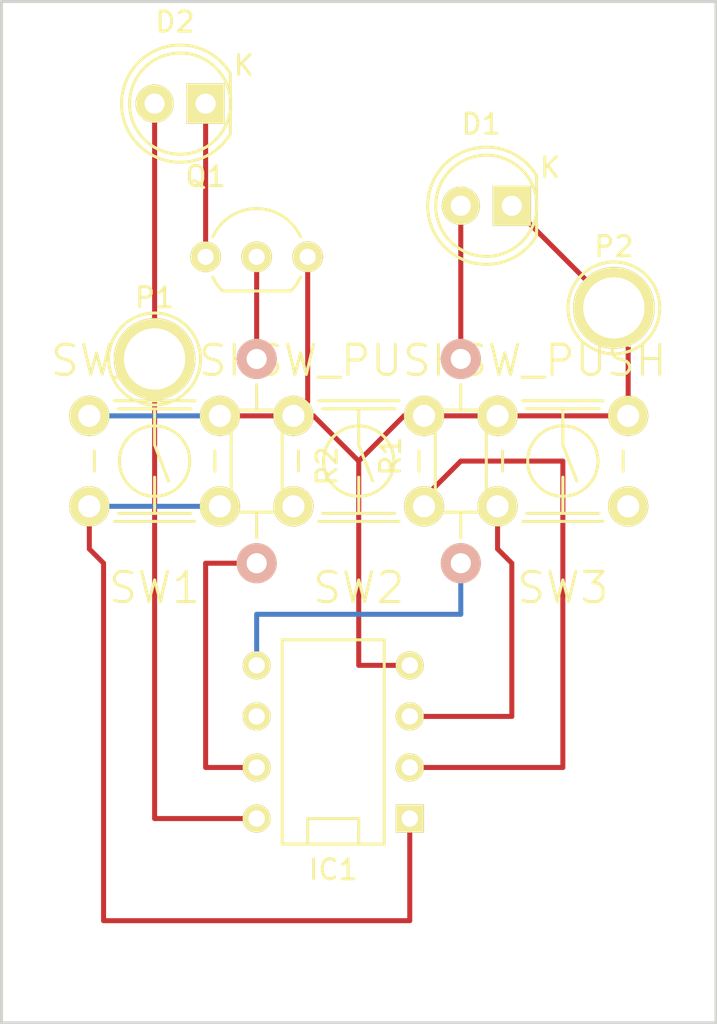
<source format=kicad_pcb>
(kicad_pcb (version 4) (host pcbnew 4.0.0-rc1-stable)

  (general
    (links 22)
    (no_connects 2)
    (area 58.42 35.56 172.72 119.38)
    (thickness 1.6)
    (drawings 4)
    (tracks 43)
    (zones 0)
    (modules 11)
    (nets 12)
  )

  (page A4)
  (layers
    (0 F.Cu signal)
    (31 B.Cu signal)
    (32 B.Adhes user)
    (33 F.Adhes user)
    (34 B.Paste user)
    (35 F.Paste user)
    (36 B.SilkS user)
    (37 F.SilkS user)
    (38 B.Mask user)
    (39 F.Mask user)
    (40 Dwgs.User user)
    (41 Cmts.User user)
    (42 Eco1.User user)
    (43 Eco2.User user)
    (44 Edge.Cuts user)
    (45 Margin user)
    (46 B.CrtYd user)
    (47 F.CrtYd user)
    (48 B.Fab user)
    (49 F.Fab user)
  )

  (setup
    (last_trace_width 0.25)
    (trace_clearance 0.2)
    (zone_clearance 0.508)
    (zone_45_only no)
    (trace_min 0.2)
    (segment_width 0.2)
    (edge_width 0.15)
    (via_size 0.6)
    (via_drill 0.4)
    (via_min_size 0.4)
    (via_min_drill 0.3)
    (uvia_size 0.3)
    (uvia_drill 0.1)
    (uvias_allowed no)
    (uvia_min_size 0.2)
    (uvia_min_drill 0.1)
    (pcb_text_width 0.3)
    (pcb_text_size 1.5 1.5)
    (mod_edge_width 0.15)
    (mod_text_size 1 1)
    (mod_text_width 0.15)
    (pad_size 1.524 1.524)
    (pad_drill 0.762)
    (pad_to_mask_clearance 0.2)
    (aux_axis_origin 0 0)
    (visible_elements FFFFFF7F)
    (pcbplotparams
      (layerselection 0x00030_80000001)
      (usegerberextensions false)
      (excludeedgelayer true)
      (linewidth 0.100000)
      (plotframeref false)
      (viasonmask false)
      (mode 1)
      (useauxorigin false)
      (hpglpennumber 1)
      (hpglpenspeed 20)
      (hpglpendiameter 15)
      (hpglpenoverlay 2)
      (psnegative false)
      (psa4output false)
      (plotreference true)
      (plotvalue true)
      (plotinvisibletext false)
      (padsonsilk false)
      (subtractmaskfromsilk false)
      (outputformat 1)
      (mirror false)
      (drillshape 1)
      (scaleselection 1)
      (outputdirectory ""))
  )

  (net 0 "")
  (net 1 GND)
  (net 2 "Net-(D1-Pad2)")
  (net 3 "Net-(D2-Pad1)")
  (net 4 +BATT)
  (net 5 "Net-(IC1-Pad1)")
  (net 6 "Net-(IC1-Pad2)")
  (net 7 "Net-(IC1-Pad3)")
  (net 8 "Net-(IC1-Pad5)")
  (net 9 "Net-(IC1-Pad6)")
  (net 10 "Net-(IC1-Pad7)")
  (net 11 "Net-(Q1-Pad2)")

  (net_class Default "Dies ist die voreingestellte Netzklasse."
    (clearance 0.2)
    (trace_width 0.25)
    (via_dia 0.6)
    (via_drill 0.4)
    (uvia_dia 0.3)
    (uvia_drill 0.1)
    (add_net +BATT)
    (add_net GND)
    (add_net "Net-(D1-Pad2)")
    (add_net "Net-(D2-Pad1)")
    (add_net "Net-(IC1-Pad1)")
    (add_net "Net-(IC1-Pad2)")
    (add_net "Net-(IC1-Pad3)")
    (add_net "Net-(IC1-Pad5)")
    (add_net "Net-(IC1-Pad6)")
    (add_net "Net-(IC1-Pad7)")
    (add_net "Net-(Q1-Pad2)")
  )

  (module LEDs:LED-5MM placed (layer F.Cu) (tedit 5570F7EA) (tstamp 55FAA3B7)
    (at 111.76 60.96 180)
    (descr "LED 5mm round vertical")
    (tags "LED 5mm round vertical")
    (path /55F9F5ED)
    (fp_text reference D1 (at 1.524 4.064 180) (layer F.SilkS)
      (effects (font (size 1 1) (thickness 0.15)))
    )
    (fp_text value LED (at 1.524 -3.937 180) (layer F.Fab)
      (effects (font (size 1 1) (thickness 0.15)))
    )
    (fp_line (start -1.5 -1.55) (end -1.5 1.55) (layer F.CrtYd) (width 0.05))
    (fp_arc (start 1.3 0) (end -1.5 1.55) (angle -302) (layer F.CrtYd) (width 0.05))
    (fp_arc (start 1.27 0) (end -1.23 -1.5) (angle 297.5) (layer F.SilkS) (width 0.15))
    (fp_line (start -1.23 1.5) (end -1.23 -1.5) (layer F.SilkS) (width 0.15))
    (fp_circle (center 1.27 0) (end 0.97 -2.5) (layer F.SilkS) (width 0.15))
    (fp_text user K (at -1.905 1.905 180) (layer F.SilkS)
      (effects (font (size 1 1) (thickness 0.15)))
    )
    (pad 1 thru_hole rect (at 0 0 270) (size 2 1.9) (drill 1.00076) (layers *.Cu *.Mask F.SilkS)
      (net 1 GND))
    (pad 2 thru_hole circle (at 2.54 0 180) (size 1.9 1.9) (drill 1.00076) (layers *.Cu *.Mask F.SilkS)
      (net 2 "Net-(D1-Pad2)"))
    (model LEDs.3dshapes/LED-5MM.wrl
      (at (xyz 0.05 0 0))
      (scale (xyz 1 1 1))
      (rotate (xyz 0 0 90))
    )
  )

  (module LEDs:LED-5MM placed (layer F.Cu) (tedit 5570F7EA) (tstamp 55FAA3BD)
    (at 96.52 55.88 180)
    (descr "LED 5mm round vertical")
    (tags "LED 5mm round vertical")
    (path /55F9F532)
    (fp_text reference D2 (at 1.524 4.064 180) (layer F.SilkS)
      (effects (font (size 1 1) (thickness 0.15)))
    )
    (fp_text value IR_LED (at 1.524 -3.937 180) (layer F.Fab)
      (effects (font (size 1 1) (thickness 0.15)))
    )
    (fp_line (start -1.5 -1.55) (end -1.5 1.55) (layer F.CrtYd) (width 0.05))
    (fp_arc (start 1.3 0) (end -1.5 1.55) (angle -302) (layer F.CrtYd) (width 0.05))
    (fp_arc (start 1.27 0) (end -1.23 -1.5) (angle 297.5) (layer F.SilkS) (width 0.15))
    (fp_line (start -1.23 1.5) (end -1.23 -1.5) (layer F.SilkS) (width 0.15))
    (fp_circle (center 1.27 0) (end 0.97 -2.5) (layer F.SilkS) (width 0.15))
    (fp_text user K (at -1.905 1.905 180) (layer F.SilkS)
      (effects (font (size 1 1) (thickness 0.15)))
    )
    (pad 1 thru_hole rect (at 0 0 270) (size 2 1.9) (drill 1.00076) (layers *.Cu *.Mask F.SilkS)
      (net 3 "Net-(D2-Pad1)"))
    (pad 2 thru_hole circle (at 2.54 0 180) (size 1.9 1.9) (drill 1.00076) (layers *.Cu *.Mask F.SilkS)
      (net 4 +BATT))
    (model LEDs.3dshapes/LED-5MM.wrl
      (at (xyz 0.05 0 0))
      (scale (xyz 1 1 1))
      (rotate (xyz 0 0 90))
    )
  )

  (module Sockets_DIP:DIP-8__300 placed (layer F.Cu) (tedit 55FAA43F) (tstamp 55FAA3C9)
    (at 102.87 87.63 90)
    (descr "8 pins DIL package, round pads")
    (tags DIL)
    (path /55FA9973)
    (fp_text reference IC1 (at -6.35 0 180) (layer F.SilkS)
      (effects (font (size 1 1) (thickness 0.15)))
    )
    (fp_text value meinTiny85 (at 0 0 90) (layer F.Fab)
      (effects (font (size 1 1) (thickness 0.15)))
    )
    (fp_line (start -5.08 -1.27) (end -3.81 -1.27) (layer F.SilkS) (width 0.15))
    (fp_line (start -3.81 -1.27) (end -3.81 1.27) (layer F.SilkS) (width 0.15))
    (fp_line (start -3.81 1.27) (end -5.08 1.27) (layer F.SilkS) (width 0.15))
    (fp_line (start -5.08 -2.54) (end 5.08 -2.54) (layer F.SilkS) (width 0.15))
    (fp_line (start 5.08 -2.54) (end 5.08 2.54) (layer F.SilkS) (width 0.15))
    (fp_line (start 5.08 2.54) (end -5.08 2.54) (layer F.SilkS) (width 0.15))
    (fp_line (start -5.08 2.54) (end -5.08 -2.54) (layer F.SilkS) (width 0.15))
    (pad 1 thru_hole rect (at -3.81 3.81 90) (size 1.397 1.397) (drill 0.8128) (layers *.Cu *.Mask F.SilkS)
      (net 5 "Net-(IC1-Pad1)"))
    (pad 2 thru_hole circle (at -1.27 3.81 90) (size 1.397 1.397) (drill 0.8128) (layers *.Cu *.Mask F.SilkS)
      (net 6 "Net-(IC1-Pad2)"))
    (pad 3 thru_hole circle (at 1.27 3.81 90) (size 1.397 1.397) (drill 0.8128) (layers *.Cu *.Mask F.SilkS)
      (net 7 "Net-(IC1-Pad3)"))
    (pad 4 thru_hole circle (at 3.81 3.81 90) (size 1.397 1.397) (drill 0.8128) (layers *.Cu *.Mask F.SilkS)
      (net 1 GND))
    (pad 5 thru_hole circle (at 3.81 -3.81 90) (size 1.397 1.397) (drill 0.8128) (layers *.Cu *.Mask F.SilkS)
      (net 8 "Net-(IC1-Pad5)"))
    (pad 6 thru_hole circle (at 1.27 -3.81 90) (size 1.397 1.397) (drill 0.8128) (layers *.Cu *.Mask F.SilkS)
      (net 9 "Net-(IC1-Pad6)"))
    (pad 7 thru_hole circle (at -1.27 -3.81 90) (size 1.397 1.397) (drill 0.8128) (layers *.Cu *.Mask F.SilkS)
      (net 10 "Net-(IC1-Pad7)"))
    (pad 8 thru_hole circle (at -3.81 -3.81 90) (size 1.397 1.397) (drill 0.8128) (layers *.Cu *.Mask F.SilkS)
      (net 4 +BATT))
    (model Sockets_DIP.3dshapes/DIP-8__300.wrl
      (at (xyz 0 0 0))
      (scale (xyz 1 1 1))
      (rotate (xyz 0 0 0))
    )
  )

  (module Connect:1pin placed (layer F.Cu) (tedit 0) (tstamp 55FAA3CE)
    (at 93.98 68.58)
    (descr "module 1 pin (ou trou mecanique de percage)")
    (tags DEV)
    (path /55FA9E34)
    (fp_text reference P1 (at 0 -3.048) (layer F.SilkS)
      (effects (font (size 1 1) (thickness 0.15)))
    )
    (fp_text value CONN_01X01 (at 0 2.794) (layer F.Fab)
      (effects (font (size 1 1) (thickness 0.15)))
    )
    (fp_circle (center 0 0) (end 0 -2.286) (layer F.SilkS) (width 0.15))
    (pad 1 thru_hole circle (at 0 0) (size 4.064 4.064) (drill 3.048) (layers *.Cu *.Mask F.SilkS)
      (net 4 +BATT))
  )

  (module Connect:1pin placed (layer F.Cu) (tedit 0) (tstamp 55FAA3D3)
    (at 116.84 66.04)
    (descr "module 1 pin (ou trou mecanique de percage)")
    (tags DEV)
    (path /55FA9EBB)
    (fp_text reference P2 (at 0 -3.048) (layer F.SilkS)
      (effects (font (size 1 1) (thickness 0.15)))
    )
    (fp_text value CONN_01X01 (at 0 2.794) (layer F.Fab)
      (effects (font (size 1 1) (thickness 0.15)))
    )
    (fp_circle (center 0 0) (end 0 -2.286) (layer F.SilkS) (width 0.15))
    (pad 1 thru_hole circle (at 0 0) (size 4.064 4.064) (drill 3.048) (layers *.Cu *.Mask F.SilkS)
      (net 1 GND))
  )

  (module Housings_TO-92:TO-92_Inline_Wide placed (layer F.Cu) (tedit 54F242B4) (tstamp 55FAA3DA)
    (at 96.52 63.5)
    (descr "TO-92 leads in-line, wide, drill 0.8mm (see NXP sot054_po.pdf)")
    (tags "to-92 sc-43 sc-43a sot54 PA33 transistor")
    (path /55FAD081)
    (fp_text reference Q1 (at 0 -4 180) (layer F.SilkS)
      (effects (font (size 1 1) (thickness 0.15)))
    )
    (fp_text value Q_NPN_CBE (at 0 3) (layer F.Fab)
      (effects (font (size 1 1) (thickness 0.15)))
    )
    (fp_arc (start 2.54 0) (end 0.84 1.7) (angle 20.5) (layer F.SilkS) (width 0.15))
    (fp_arc (start 2.54 0) (end 4.24 1.7) (angle -20.5) (layer F.SilkS) (width 0.15))
    (fp_line (start -1 1.95) (end -1 -2.65) (layer F.CrtYd) (width 0.05))
    (fp_line (start -1 1.95) (end 6.1 1.95) (layer F.CrtYd) (width 0.05))
    (fp_line (start 0.84 1.7) (end 4.24 1.7) (layer F.SilkS) (width 0.15))
    (fp_arc (start 2.54 0) (end 2.54 -2.4) (angle -65.55604127) (layer F.SilkS) (width 0.15))
    (fp_arc (start 2.54 0) (end 2.54 -2.4) (angle 65.55604127) (layer F.SilkS) (width 0.15))
    (fp_line (start -1 -2.65) (end 6.1 -2.65) (layer F.CrtYd) (width 0.05))
    (fp_line (start 6.1 1.95) (end 6.1 -2.65) (layer F.CrtYd) (width 0.05))
    (pad 2 thru_hole circle (at 2.54 0 90) (size 1.524 1.524) (drill 0.8) (layers *.Cu *.Mask F.SilkS)
      (net 11 "Net-(Q1-Pad2)"))
    (pad 3 thru_hole circle (at 5.08 0 90) (size 1.524 1.524) (drill 0.8) (layers *.Cu *.Mask F.SilkS)
      (net 1 GND))
    (pad 1 thru_hole circle (at 0 0 90) (size 1.524 1.524) (drill 0.8) (layers *.Cu *.Mask F.SilkS)
      (net 3 "Net-(D2-Pad1)"))
    (model Housings_TO-92.3dshapes/TO-92_Inline_Wide.wrl
      (at (xyz 0.1 0 0))
      (scale (xyz 1 1 1))
      (rotate (xyz 0 0 -90))
    )
  )

  (module Resistors_ThroughHole:Resistor_Horizontal_RM10mm placed (layer F.Cu) (tedit 53F56209) (tstamp 55FAA3E0)
    (at 109.22 73.66 90)
    (descr "Resistor, Axial,  RM 10mm, 1/3W,")
    (tags "Resistor, Axial, RM 10mm, 1/3W,")
    (path /55F9F6F1)
    (fp_text reference R1 (at 0.24892 -3.50012 90) (layer F.SilkS)
      (effects (font (size 1 1) (thickness 0.15)))
    )
    (fp_text value 1k (at 3.81 3.81 90) (layer F.Fab)
      (effects (font (size 1 1) (thickness 0.15)))
    )
    (fp_line (start -2.54 -1.27) (end 2.54 -1.27) (layer F.SilkS) (width 0.15))
    (fp_line (start 2.54 -1.27) (end 2.54 1.27) (layer F.SilkS) (width 0.15))
    (fp_line (start 2.54 1.27) (end -2.54 1.27) (layer F.SilkS) (width 0.15))
    (fp_line (start -2.54 1.27) (end -2.54 -1.27) (layer F.SilkS) (width 0.15))
    (fp_line (start -2.54 0) (end -3.81 0) (layer F.SilkS) (width 0.15))
    (fp_line (start 2.54 0) (end 3.81 0) (layer F.SilkS) (width 0.15))
    (pad 1 thru_hole circle (at -5.08 0 90) (size 1.99898 1.99898) (drill 1.00076) (layers *.Cu *.SilkS *.Mask)
      (net 8 "Net-(IC1-Pad5)"))
    (pad 2 thru_hole circle (at 5.08 0 90) (size 1.99898 1.99898) (drill 1.00076) (layers *.Cu *.SilkS *.Mask)
      (net 2 "Net-(D1-Pad2)"))
    (model Resistors_ThroughHole.3dshapes/Resistor_Horizontal_RM10mm.wrl
      (at (xyz 0 0 0))
      (scale (xyz 0.4 0.4 0.4))
      (rotate (xyz 0 0 0))
    )
  )

  (module Resistors_ThroughHole:Resistor_Horizontal_RM10mm placed (layer F.Cu) (tedit 53F56209) (tstamp 55FAA3E6)
    (at 99.06 73.66 270)
    (descr "Resistor, Axial,  RM 10mm, 1/3W,")
    (tags "Resistor, Axial, RM 10mm, 1/3W,")
    (path /55F9F764)
    (fp_text reference R2 (at 0.24892 -3.50012 270) (layer F.SilkS)
      (effects (font (size 1 1) (thickness 0.15)))
    )
    (fp_text value 150 (at 3.81 3.81 270) (layer F.Fab)
      (effects (font (size 1 1) (thickness 0.15)))
    )
    (fp_line (start -2.54 -1.27) (end 2.54 -1.27) (layer F.SilkS) (width 0.15))
    (fp_line (start 2.54 -1.27) (end 2.54 1.27) (layer F.SilkS) (width 0.15))
    (fp_line (start 2.54 1.27) (end -2.54 1.27) (layer F.SilkS) (width 0.15))
    (fp_line (start -2.54 1.27) (end -2.54 -1.27) (layer F.SilkS) (width 0.15))
    (fp_line (start -2.54 0) (end -3.81 0) (layer F.SilkS) (width 0.15))
    (fp_line (start 2.54 0) (end 3.81 0) (layer F.SilkS) (width 0.15))
    (pad 1 thru_hole circle (at -5.08 0 270) (size 1.99898 1.99898) (drill 1.00076) (layers *.Cu *.SilkS *.Mask)
      (net 11 "Net-(Q1-Pad2)"))
    (pad 2 thru_hole circle (at 5.08 0 270) (size 1.99898 1.99898) (drill 1.00076) (layers *.Cu *.SilkS *.Mask)
      (net 10 "Net-(IC1-Pad7)"))
    (model Resistors_ThroughHole.3dshapes/Resistor_Horizontal_RM10mm.wrl
      (at (xyz 0 0 0))
      (scale (xyz 0.4 0.4 0.4))
      (rotate (xyz 0 0 0))
    )
  )

  (module meins:JTP-1130 placed (layer F.Cu) (tedit 54DB9816) (tstamp 55FAA3EE)
    (at 93.98 73.66 180)
    (path /55F9F7AE)
    (fp_text reference SW1 (at 0 -6.3 180) (layer F.SilkS)
      (effects (font (size 1.5 1.5) (thickness 0.15)))
    )
    (fp_text value SW_PUSH (at 0 5 180) (layer F.SilkS)
      (effects (font (size 1.5 1.5) (thickness 0.15)))
    )
    (fp_line (start -1.5 2.6) (end -1.8 2.6) (layer F.SilkS) (width 0.15))
    (fp_line (start 1.5 2.6) (end 1.8 2.6) (layer F.SilkS) (width 0.15))
    (fp_line (start 1.5 -2.6) (end 1.8 -2.6) (layer F.SilkS) (width 0.15))
    (fp_line (start -1.5 -2.6) (end -1.8 -2.6) (layer F.SilkS) (width 0.15))
    (fp_line (start 0 0.8) (end -0.7 -1) (layer F.SilkS) (width 0.15))
    (fp_line (start 0 2.6) (end 0 0.8) (layer F.SilkS) (width 0.15))
    (fp_line (start 0 -2.6) (end 0 -0.8) (layer F.SilkS) (width 0.15))
    (fp_line (start 1.5 2.6) (end -1.5 2.6) (layer F.SilkS) (width 0.15))
    (fp_line (start -1.5 -2.6) (end 1.5 -2.6) (layer F.SilkS) (width 0.15))
    (fp_circle (center 0 0) (end 1.75 0) (layer F.SilkS) (width 0.15))
    (fp_line (start -2 -3) (end 2 -3) (layer F.SilkS) (width 0.15))
    (fp_line (start -2 3) (end 2 3) (layer F.SilkS) (width 0.15))
    (fp_line (start -3 -0.5) (end -3 0.5) (layer F.SilkS) (width 0.15))
    (fp_line (start 3 -0.5) (end 3 0.5) (layer F.SilkS) (width 0.15))
    (pad 1 thru_hole circle (at 3.25 2.25 180) (size 2 2) (drill 1.1) (layers *.Cu *.Mask F.SilkS)
      (net 1 GND))
    (pad 1 thru_hole circle (at -3.25 2.25 180) (size 2 2) (drill 1.1) (layers *.Cu *.Mask F.SilkS)
      (net 1 GND))
    (pad 2 thru_hole circle (at 3.25 -2.25 180) (size 2 2) (drill 1.1) (layers *.Cu *.Mask F.SilkS)
      (net 5 "Net-(IC1-Pad1)"))
    (pad 2 thru_hole circle (at -3.25 -2.25 180) (size 2 2) (drill 1.1) (layers *.Cu *.Mask F.SilkS)
      (net 5 "Net-(IC1-Pad1)"))
  )

  (module meins:JTP-1130 placed (layer F.Cu) (tedit 54DB9816) (tstamp 55FAA3F6)
    (at 104.14 73.66 180)
    (path /55F9F847)
    (fp_text reference SW2 (at 0 -6.3 180) (layer F.SilkS)
      (effects (font (size 1.5 1.5) (thickness 0.15)))
    )
    (fp_text value SW_PUSH (at 0 5 180) (layer F.SilkS)
      (effects (font (size 1.5 1.5) (thickness 0.15)))
    )
    (fp_line (start -1.5 2.6) (end -1.8 2.6) (layer F.SilkS) (width 0.15))
    (fp_line (start 1.5 2.6) (end 1.8 2.6) (layer F.SilkS) (width 0.15))
    (fp_line (start 1.5 -2.6) (end 1.8 -2.6) (layer F.SilkS) (width 0.15))
    (fp_line (start -1.5 -2.6) (end -1.8 -2.6) (layer F.SilkS) (width 0.15))
    (fp_line (start 0 0.8) (end -0.7 -1) (layer F.SilkS) (width 0.15))
    (fp_line (start 0 2.6) (end 0 0.8) (layer F.SilkS) (width 0.15))
    (fp_line (start 0 -2.6) (end 0 -0.8) (layer F.SilkS) (width 0.15))
    (fp_line (start 1.5 2.6) (end -1.5 2.6) (layer F.SilkS) (width 0.15))
    (fp_line (start -1.5 -2.6) (end 1.5 -2.6) (layer F.SilkS) (width 0.15))
    (fp_circle (center 0 0) (end 1.75 0) (layer F.SilkS) (width 0.15))
    (fp_line (start -2 -3) (end 2 -3) (layer F.SilkS) (width 0.15))
    (fp_line (start -2 3) (end 2 3) (layer F.SilkS) (width 0.15))
    (fp_line (start -3 -0.5) (end -3 0.5) (layer F.SilkS) (width 0.15))
    (fp_line (start 3 -0.5) (end 3 0.5) (layer F.SilkS) (width 0.15))
    (pad 1 thru_hole circle (at 3.25 2.25 180) (size 2 2) (drill 1.1) (layers *.Cu *.Mask F.SilkS)
      (net 1 GND))
    (pad 1 thru_hole circle (at -3.25 2.25 180) (size 2 2) (drill 1.1) (layers *.Cu *.Mask F.SilkS)
      (net 1 GND))
    (pad 2 thru_hole circle (at 3.25 -2.25 180) (size 2 2) (drill 1.1) (layers *.Cu *.Mask F.SilkS)
      (net 6 "Net-(IC1-Pad2)"))
    (pad 2 thru_hole circle (at -3.25 -2.25 180) (size 2 2) (drill 1.1) (layers *.Cu *.Mask F.SilkS)
      (net 6 "Net-(IC1-Pad2)"))
  )

  (module meins:JTP-1130 placed (layer F.Cu) (tedit 54DB9816) (tstamp 55FAA3FE)
    (at 114.3 73.66 180)
    (path /55F9F879)
    (fp_text reference SW3 (at 0 -6.3 180) (layer F.SilkS)
      (effects (font (size 1.5 1.5) (thickness 0.15)))
    )
    (fp_text value SW_PUSH (at 0 5 180) (layer F.SilkS)
      (effects (font (size 1.5 1.5) (thickness 0.15)))
    )
    (fp_line (start -1.5 2.6) (end -1.8 2.6) (layer F.SilkS) (width 0.15))
    (fp_line (start 1.5 2.6) (end 1.8 2.6) (layer F.SilkS) (width 0.15))
    (fp_line (start 1.5 -2.6) (end 1.8 -2.6) (layer F.SilkS) (width 0.15))
    (fp_line (start -1.5 -2.6) (end -1.8 -2.6) (layer F.SilkS) (width 0.15))
    (fp_line (start 0 0.8) (end -0.7 -1) (layer F.SilkS) (width 0.15))
    (fp_line (start 0 2.6) (end 0 0.8) (layer F.SilkS) (width 0.15))
    (fp_line (start 0 -2.6) (end 0 -0.8) (layer F.SilkS) (width 0.15))
    (fp_line (start 1.5 2.6) (end -1.5 2.6) (layer F.SilkS) (width 0.15))
    (fp_line (start -1.5 -2.6) (end 1.5 -2.6) (layer F.SilkS) (width 0.15))
    (fp_circle (center 0 0) (end 1.75 0) (layer F.SilkS) (width 0.15))
    (fp_line (start -2 -3) (end 2 -3) (layer F.SilkS) (width 0.15))
    (fp_line (start -2 3) (end 2 3) (layer F.SilkS) (width 0.15))
    (fp_line (start -3 -0.5) (end -3 0.5) (layer F.SilkS) (width 0.15))
    (fp_line (start 3 -0.5) (end 3 0.5) (layer F.SilkS) (width 0.15))
    (pad 1 thru_hole circle (at 3.25 2.25 180) (size 2 2) (drill 1.1) (layers *.Cu *.Mask F.SilkS)
      (net 1 GND))
    (pad 1 thru_hole circle (at -3.25 2.25 180) (size 2 2) (drill 1.1) (layers *.Cu *.Mask F.SilkS)
      (net 1 GND))
    (pad 2 thru_hole circle (at 3.25 -2.25 180) (size 2 2) (drill 1.1) (layers *.Cu *.Mask F.SilkS)
      (net 7 "Net-(IC1-Pad3)"))
    (pad 2 thru_hole circle (at -3.25 -2.25 180) (size 2 2) (drill 1.1) (layers *.Cu *.Mask F.SilkS)
      (net 7 "Net-(IC1-Pad3)"))
  )

  (gr_line (start 86.36 101.6) (end 86.36 50.8) (angle 90) (layer Edge.Cuts) (width 0.15))
  (gr_line (start 121.92 101.6) (end 86.36 101.6) (angle 90) (layer Edge.Cuts) (width 0.15))
  (gr_line (start 121.92 50.8) (end 121.92 101.6) (angle 90) (layer Edge.Cuts) (width 0.15))
  (gr_line (start 86.36 50.8) (end 121.92 50.8) (angle 90) (layer Edge.Cuts) (width 0.15))

  (segment (start 90.73 71.41) (end 97.23 71.41) (width 0.25) (layer B.Cu) (net 1) (status C00000))
  (segment (start 100.89 71.41) (end 101.89 71.41) (width 0.25) (layer F.Cu) (net 1) (status C00000))
  (segment (start 101.89 71.41) (end 104.14 73.66) (width 0.25) (layer F.Cu) (net 1) (tstamp 55FAAC2C) (status 400000))
  (segment (start 111.05 71.41) (end 117.55 71.41) (width 0.25) (layer F.Cu) (net 1) (status C00000))
  (segment (start 101.6 63.5) (end 101.6 70.7) (width 0.25) (layer F.Cu) (net 1))
  (segment (start 101.6 70.7) (end 100.89 71.41) (width 0.25) (layer F.Cu) (net 1) (tstamp 55FAA92D))
  (segment (start 111.76 60.96) (end 116.84 66.04) (width 0.25) (layer F.Cu) (net 1))
  (segment (start 117.55 71.41) (end 117.55 66.75) (width 0.25) (layer F.Cu) (net 1))
  (segment (start 117.55 66.75) (end 116.84 66.04) (width 0.25) (layer F.Cu) (net 1) (tstamp 55FAA8D8))
  (segment (start 104.14 81.28) (end 104.14 83.82) (width 0.25) (layer F.Cu) (net 1))
  (segment (start 104.14 73.66) (end 104.14 81.28) (width 0.25) (layer F.Cu) (net 1) (tstamp 55FAA8AE))
  (segment (start 106.39 71.41) (end 104.14 73.66) (width 0.25) (layer F.Cu) (net 1) (tstamp 55FAA8AD))
  (segment (start 104.14 83.82) (end 106.68 83.82) (width 0.25) (layer F.Cu) (net 1) (tstamp 55FAA8C9))
  (segment (start 107.39 71.41) (end 106.39 71.41) (width 0.25) (layer F.Cu) (net 1))
  (segment (start 107.39 71.41) (end 111.05 71.41) (width 0.25) (layer F.Cu) (net 1))
  (segment (start 97.23 71.41) (end 100.89 71.41) (width 0.25) (layer F.Cu) (net 1))
  (segment (start 109.22 60.96) (end 109.22 68.58) (width 0.25) (layer F.Cu) (net 2))
  (segment (start 96.52 63.5) (end 96.52 55.88) (width 0.25) (layer F.Cu) (net 3))
  (segment (start 93.98 68.58) (end 93.98 91.44) (width 0.25) (layer F.Cu) (net 4))
  (segment (start 93.98 91.44) (end 99.06 91.44) (width 0.25) (layer F.Cu) (net 4) (tstamp 55FAA952))
  (segment (start 93.98 55.88) (end 93.98 68.58) (width 0.25) (layer F.Cu) (net 4))
  (segment (start 97.23 75.91) (end 90.73 75.91) (width 0.25) (layer B.Cu) (net 5) (status C00000))
  (segment (start 90.73 75.91) (end 90.73 78.03) (width 0.25) (layer F.Cu) (net 5))
  (segment (start 106.68 96.52) (end 106.68 91.44) (width 0.25) (layer F.Cu) (net 5) (tstamp 55FAA913))
  (segment (start 91.44 96.52) (end 106.68 96.52) (width 0.25) (layer F.Cu) (net 5) (tstamp 55FAA912))
  (segment (start 91.44 78.74) (end 91.44 96.52) (width 0.25) (layer F.Cu) (net 5) (tstamp 55FAA911))
  (segment (start 90.73 78.03) (end 91.44 78.74) (width 0.25) (layer F.Cu) (net 5) (tstamp 55FAA90C))
  (segment (start 107.39 75.91) (end 107.39 75.49) (width 0.25) (layer F.Cu) (net 6))
  (segment (start 107.39 75.49) (end 109.22 73.66) (width 0.25) (layer F.Cu) (net 6) (tstamp 55FAA8FD))
  (segment (start 114.3 88.9) (end 106.68 88.9) (width 0.25) (layer F.Cu) (net 6) (tstamp 55FAA900))
  (segment (start 114.3 73.66) (end 114.3 88.9) (width 0.25) (layer F.Cu) (net 6) (tstamp 55FAA8FF))
  (segment (start 109.22 73.66) (end 114.3 73.66) (width 0.25) (layer F.Cu) (net 6) (tstamp 55FAA8FE))
  (segment (start 111.05 75.91) (end 111.05 78.03) (width 0.25) (layer F.Cu) (net 7))
  (segment (start 111.76 86.36) (end 106.68 86.36) (width 0.25) (layer F.Cu) (net 7) (tstamp 55FAA8F8))
  (segment (start 111.76 78.74) (end 111.76 86.36) (width 0.25) (layer F.Cu) (net 7) (tstamp 55FAA8F7))
  (segment (start 111.05 78.03) (end 111.76 78.74) (width 0.25) (layer F.Cu) (net 7) (tstamp 55FAA8F6))
  (segment (start 99.06 83.82) (end 99.06 81.28) (width 0.25) (layer B.Cu) (net 8))
  (segment (start 109.22 81.28) (end 109.22 78.74) (width 0.25) (layer B.Cu) (net 8) (tstamp 55FAA995))
  (segment (start 99.06 81.28) (end 109.22 81.28) (width 0.25) (layer B.Cu) (net 8) (tstamp 55FAA994))
  (segment (start 99.06 78.74) (end 96.52 78.74) (width 0.25) (layer F.Cu) (net 10))
  (segment (start 96.52 88.9) (end 99.06 88.9) (width 0.25) (layer F.Cu) (net 10) (tstamp 55FAA96D))
  (segment (start 96.52 78.74) (end 96.52 88.9) (width 0.25) (layer F.Cu) (net 10) (tstamp 55FAA96C))
  (segment (start 99.06 63.5) (end 99.06 68.58) (width 0.25) (layer F.Cu) (net 11))

)

</source>
